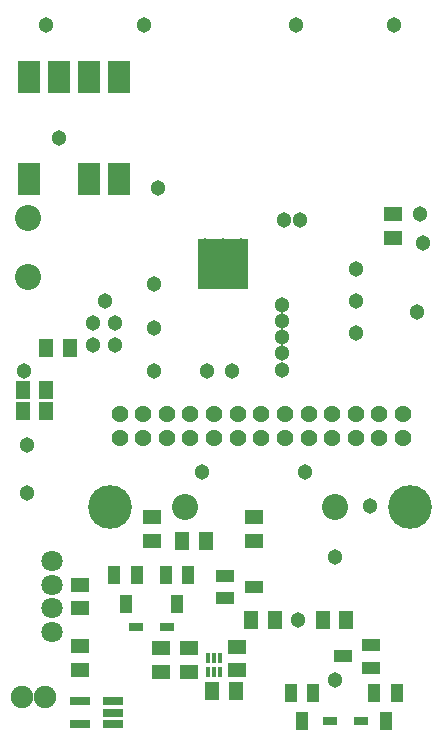
<source format=gbs>
%FSLAX25Y25*%
%MOIN*%
G70*
G01*
G75*
G04 Layer_Color=12632256*
%ADD10R,0.05118X0.03937*%
%ADD11R,0.03937X0.05118*%
%ADD12R,0.00984X0.03347*%
%ADD13R,0.04724X0.10039*%
%ADD14R,0.04331X0.05906*%
%ADD15O,0.04724X0.00984*%
%ADD16O,0.00984X0.04724*%
%ADD17R,0.03937X0.01969*%
%ADD18R,0.07874X0.04724*%
%ADD19R,0.05118X0.04331*%
%ADD20R,0.05118X0.07874*%
%ADD21R,0.09055X0.07087*%
%ADD22C,0.00984*%
%ADD23C,0.01969*%
%ADD24C,0.01000*%
%ADD25R,0.70866X0.07874*%
%ADD26R,0.07874X0.35433*%
%ADD27R,0.07874X0.27559*%
%ADD28R,1.49606X0.07874*%
%ADD29R,0.07874X0.27559*%
%ADD30R,1.25984X0.07874*%
%ADD31C,0.04843*%
%ADD32C,0.07874*%
%ADD33C,0.13780*%
%ADD34C,0.06693*%
%ADD35R,0.16142X0.16142*%
%ADD36C,0.06299*%
%ADD37C,0.04331*%
%ADD38R,0.03150X0.05118*%
%ADD39R,0.05118X0.03150*%
%ADD40R,0.05906X0.02362*%
%ADD41R,0.06693X0.10236*%
%ADD42R,0.00984X0.03347*%
%ADD43R,0.03937X0.02362*%
%ADD44C,0.06693*%
%ADD45R,0.05918X0.04737*%
%ADD46R,0.04737X0.05918*%
%ADD47R,0.01378X0.03740*%
%ADD48R,0.05524X0.10839*%
%ADD49R,0.05131X0.06706*%
%ADD50O,0.05512X0.01772*%
%ADD51O,0.01772X0.05512*%
%ADD52R,0.04737X0.02769*%
%ADD53R,0.08674X0.05524*%
%ADD54R,0.05918X0.05131*%
%ADD55R,0.05918X0.08674*%
%ADD56R,0.09855X0.07887*%
%ADD57C,0.05643*%
%ADD58C,0.08674*%
%ADD59C,0.14579*%
%ADD60C,0.07493*%
%ADD61R,0.16942X0.16942*%
%ADD62C,0.07099*%
%ADD63C,0.05131*%
%ADD64R,0.03950X0.05918*%
%ADD65R,0.05918X0.03950*%
%ADD66R,0.06706X0.03162*%
%ADD67R,0.07493X0.11036*%
%ADD68R,0.01378X0.03740*%
%ADD69R,0.04737X0.03162*%
D45*
X5500Y-216405D02*
D03*
Y-224279D02*
D03*
X-19600Y-216905D02*
D03*
Y-224779D02*
D03*
X-10500Y-216905D02*
D03*
Y-224779D02*
D03*
X11100Y-173205D02*
D03*
Y-181079D02*
D03*
X-46728Y-216205D02*
D03*
Y-224079D02*
D03*
X-22900Y-173205D02*
D03*
Y-181079D02*
D03*
X-46827Y-195705D02*
D03*
Y-203579D02*
D03*
X57700Y-72205D02*
D03*
Y-80079D02*
D03*
D46*
X34135Y-207442D02*
D03*
X42009D02*
D03*
X-2637Y-231142D02*
D03*
X5237D02*
D03*
X-4863Y-181242D02*
D03*
X-12737D02*
D03*
X10363Y-207342D02*
D03*
X18237D02*
D03*
X-58037Y-116942D02*
D03*
X-50163D02*
D03*
X-65839Y-137742D02*
D03*
X-57965D02*
D03*
X-57963Y-130842D02*
D03*
X-65837D02*
D03*
D57*
X-33545Y-146784D02*
D03*
Y-138910D02*
D03*
X-25671Y-146784D02*
D03*
Y-138910D02*
D03*
X-17797Y-146784D02*
D03*
Y-138910D02*
D03*
X-9923Y-146784D02*
D03*
Y-138910D02*
D03*
X-2049Y-146784D02*
D03*
Y-138910D02*
D03*
X5825Y-146784D02*
D03*
Y-138910D02*
D03*
X13699Y-146784D02*
D03*
Y-138910D02*
D03*
X21573Y-146784D02*
D03*
Y-138910D02*
D03*
X29447Y-146784D02*
D03*
Y-138910D02*
D03*
X37321Y-146784D02*
D03*
Y-138910D02*
D03*
X45195Y-146784D02*
D03*
Y-138910D02*
D03*
X53069Y-146784D02*
D03*
Y-138910D02*
D03*
X60943Y-146784D02*
D03*
Y-138910D02*
D03*
D58*
X38400Y-169842D02*
D03*
X-11600D02*
D03*
X-64000Y-93184D02*
D03*
Y-73499D02*
D03*
D59*
X63400Y-169842D02*
D03*
X-36600D02*
D03*
D60*
X-66137Y-233142D02*
D03*
X-58263D02*
D03*
D61*
X972Y-88742D02*
D03*
D62*
X-56000Y-211464D02*
D03*
Y-203590D02*
D03*
Y-195716D02*
D03*
Y-187842D02*
D03*
D63*
X26072Y-207442D02*
D03*
X67672Y-81942D02*
D03*
X57972Y-9142D02*
D03*
X25272Y-9140D02*
D03*
X-25327Y-9142D02*
D03*
X-58028Y-9140D02*
D03*
X-65500Y-124442D02*
D03*
X-6000Y-158042D02*
D03*
X50000Y-169642D02*
D03*
X65700Y-104742D02*
D03*
X45100Y-111741D02*
D03*
X45200Y-90642D02*
D03*
X66568Y-72209D02*
D03*
X-20700Y-63542D02*
D03*
X28400Y-158242D02*
D03*
X3800Y-124442D02*
D03*
X-4300D02*
D03*
X20700Y-124042D02*
D03*
Y-118642D02*
D03*
Y-113242D02*
D03*
Y-107842D02*
D03*
Y-102442D02*
D03*
X26600Y-74042D02*
D03*
X21200D02*
D03*
X-42400Y-115742D02*
D03*
X-38500Y-101100D02*
D03*
X-35100Y-115742D02*
D03*
X-64400Y-149042D02*
D03*
Y-165042D02*
D03*
X6878Y-82836D02*
D03*
Y-88742D02*
D03*
Y-94647D02*
D03*
X972D02*
D03*
X-4933Y-88742D02*
D03*
Y-82836D02*
D03*
Y-94647D02*
D03*
X972Y-82836D02*
D03*
X-53600Y-46842D02*
D03*
X-42400Y-108442D02*
D03*
X-22000Y-124442D02*
D03*
X-21999Y-95642D02*
D03*
X-35000Y-108442D02*
D03*
X-21999Y-110142D02*
D03*
X38372Y-186442D02*
D03*
X45201Y-101142D02*
D03*
X38372Y-227542D02*
D03*
D64*
X23560Y-231717D02*
D03*
X31040D02*
D03*
X27300Y-241166D02*
D03*
X51432Y-231817D02*
D03*
X58913D02*
D03*
X55172Y-241266D02*
D03*
X-18140Y-192617D02*
D03*
X-10660D02*
D03*
X-14400Y-202066D02*
D03*
X-35240Y-192617D02*
D03*
X-27760D02*
D03*
X-31500Y-202066D02*
D03*
D65*
X50224Y-215902D02*
D03*
Y-223382D02*
D03*
X40776Y-219642D02*
D03*
X1676Y-200182D02*
D03*
Y-192702D02*
D03*
X11124Y-196442D02*
D03*
D66*
X-46624Y-234642D02*
D03*
Y-242122D02*
D03*
X-35600D02*
D03*
Y-238382D02*
D03*
Y-234642D02*
D03*
D67*
X-33900Y-60500D02*
D03*
X-63900Y-26642D02*
D03*
X-53900D02*
D03*
X-43900D02*
D03*
X-33900D02*
D03*
X-63900Y-60500D02*
D03*
X-43900D02*
D03*
D68*
X-231Y-220139D02*
D03*
X-2200D02*
D03*
X-4169D02*
D03*
Y-224745D02*
D03*
X-2200D02*
D03*
X-231D02*
D03*
D69*
X46847Y-241199D02*
D03*
X36611D02*
D03*
X-17853Y-209899D02*
D03*
X-28089D02*
D03*
M02*

</source>
